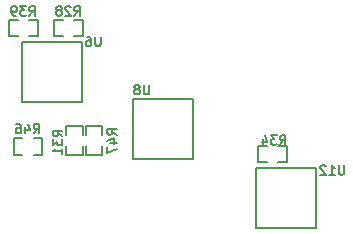
<source format=gbr>
G04 #@! TF.FileFunction,Legend,Bot*
%FSLAX46Y46*%
G04 Gerber Fmt 4.6, Leading zero omitted, Abs format (unit mm)*
G04 Created by KiCad (PCBNEW (2015-03-23 BZR 5531)-product) date Tue 31 Mar 2015 22:50:38 CEST*
%MOMM*%
G01*
G04 APERTURE LIST*
%ADD10C,0.150000*%
%ADD11C,0.127000*%
G04 APERTURE END LIST*
D10*
X256921000Y-154051000D02*
X256921000Y-159131000D01*
X251841000Y-154051000D02*
X256921000Y-154051000D01*
X251841000Y-159131000D02*
X251841000Y-154051000D01*
X256921000Y-159131000D02*
X251841000Y-159131000D01*
D11*
X235465620Y-142938500D02*
X234759500Y-142938500D01*
X234759500Y-142938500D02*
X234759500Y-141541500D01*
X234759500Y-141541500D02*
X235465620Y-141541500D01*
X237172500Y-142938500D02*
X236466380Y-142938500D01*
X237172500Y-142938500D02*
X237172500Y-141541500D01*
X237172500Y-141541500D02*
X236466380Y-141541500D01*
X235775500Y-151264620D02*
X235775500Y-150558500D01*
X235775500Y-150558500D02*
X237172500Y-150558500D01*
X237172500Y-150558500D02*
X237172500Y-151264620D01*
X235775500Y-152971500D02*
X235775500Y-152265380D01*
X235775500Y-152971500D02*
X237172500Y-152971500D01*
X237172500Y-152971500D02*
X237172500Y-152265380D01*
X253738380Y-152209500D02*
X254444500Y-152209500D01*
X254444500Y-152209500D02*
X254444500Y-153606500D01*
X254444500Y-153606500D02*
X253738380Y-153606500D01*
X252031500Y-152209500D02*
X252737620Y-152209500D01*
X252031500Y-152209500D02*
X252031500Y-153606500D01*
X252031500Y-153606500D02*
X252737620Y-153606500D01*
X232656380Y-141541500D02*
X233362500Y-141541500D01*
X233362500Y-141541500D02*
X233362500Y-142938500D01*
X233362500Y-142938500D02*
X232656380Y-142938500D01*
X230949500Y-141541500D02*
X231655620Y-141541500D01*
X230949500Y-141541500D02*
X230949500Y-142938500D01*
X230949500Y-142938500D02*
X231655620Y-142938500D01*
X233037380Y-151574500D02*
X233743500Y-151574500D01*
X233743500Y-151574500D02*
X233743500Y-152971500D01*
X233743500Y-152971500D02*
X233037380Y-152971500D01*
X231330500Y-151574500D02*
X232036620Y-151574500D01*
X231330500Y-151574500D02*
X231330500Y-152971500D01*
X231330500Y-152971500D02*
X232036620Y-152971500D01*
X238823500Y-152265380D02*
X238823500Y-152971500D01*
X238823500Y-152971500D02*
X237426500Y-152971500D01*
X237426500Y-152971500D02*
X237426500Y-152265380D01*
X238823500Y-150558500D02*
X238823500Y-151264620D01*
X238823500Y-150558500D02*
X237426500Y-150558500D01*
X237426500Y-150558500D02*
X237426500Y-151264620D01*
D10*
X237109000Y-143383000D02*
X237109000Y-148463000D01*
X232029000Y-143383000D02*
X237109000Y-143383000D01*
X232029000Y-148463000D02*
X232029000Y-143383000D01*
X237109000Y-148463000D02*
X232029000Y-148463000D01*
X246507000Y-148209000D02*
X246507000Y-153289000D01*
X241427000Y-148209000D02*
X246507000Y-148209000D01*
X241427000Y-153289000D02*
X241427000Y-148209000D01*
X246507000Y-153289000D02*
X241427000Y-153289000D01*
X259308476Y-153866905D02*
X259308476Y-154514524D01*
X259270381Y-154590714D01*
X259232285Y-154628810D01*
X259156095Y-154666905D01*
X259003714Y-154666905D01*
X258927523Y-154628810D01*
X258889428Y-154590714D01*
X258851333Y-154514524D01*
X258851333Y-153866905D01*
X258051333Y-154666905D02*
X258508476Y-154666905D01*
X258279905Y-154666905D02*
X258279905Y-153866905D01*
X258356095Y-153981190D01*
X258432286Y-154057381D01*
X258508476Y-154095476D01*
X257746571Y-153943095D02*
X257708476Y-153905000D01*
X257632285Y-153866905D01*
X257441809Y-153866905D01*
X257365619Y-153905000D01*
X257327523Y-153943095D01*
X257289428Y-154019286D01*
X257289428Y-154095476D01*
X257327523Y-154209762D01*
X257784666Y-154666905D01*
X257289428Y-154666905D01*
X236480286Y-141204905D02*
X236746953Y-140823952D01*
X236937429Y-141204905D02*
X236937429Y-140404905D01*
X236632667Y-140404905D01*
X236556476Y-140443000D01*
X236518381Y-140481095D01*
X236480286Y-140557286D01*
X236480286Y-140671571D01*
X236518381Y-140747762D01*
X236556476Y-140785857D01*
X236632667Y-140823952D01*
X236937429Y-140823952D01*
X236175524Y-140481095D02*
X236137429Y-140443000D01*
X236061238Y-140404905D01*
X235870762Y-140404905D01*
X235794572Y-140443000D01*
X235756476Y-140481095D01*
X235718381Y-140557286D01*
X235718381Y-140633476D01*
X235756476Y-140747762D01*
X236213619Y-141204905D01*
X235718381Y-141204905D01*
X235261238Y-140747762D02*
X235337429Y-140709667D01*
X235375524Y-140671571D01*
X235413619Y-140595381D01*
X235413619Y-140557286D01*
X235375524Y-140481095D01*
X235337429Y-140443000D01*
X235261238Y-140404905D01*
X235108857Y-140404905D01*
X235032667Y-140443000D01*
X234994571Y-140481095D01*
X234956476Y-140557286D01*
X234956476Y-140595381D01*
X234994571Y-140671571D01*
X235032667Y-140709667D01*
X235108857Y-140747762D01*
X235261238Y-140747762D01*
X235337429Y-140785857D01*
X235375524Y-140823952D01*
X235413619Y-140900143D01*
X235413619Y-141052524D01*
X235375524Y-141128714D01*
X235337429Y-141166810D01*
X235261238Y-141204905D01*
X235108857Y-141204905D01*
X235032667Y-141166810D01*
X234994571Y-141128714D01*
X234956476Y-141052524D01*
X234956476Y-140900143D01*
X234994571Y-140823952D01*
X235032667Y-140785857D01*
X235108857Y-140747762D01*
X235461905Y-151385714D02*
X235080952Y-151119047D01*
X235461905Y-150928571D02*
X234661905Y-150928571D01*
X234661905Y-151233333D01*
X234700000Y-151309524D01*
X234738095Y-151347619D01*
X234814286Y-151385714D01*
X234928571Y-151385714D01*
X235004762Y-151347619D01*
X235042857Y-151309524D01*
X235080952Y-151233333D01*
X235080952Y-150928571D01*
X234661905Y-151652381D02*
X234661905Y-152147619D01*
X234966667Y-151880952D01*
X234966667Y-151995238D01*
X235004762Y-152071428D01*
X235042857Y-152109524D01*
X235119048Y-152147619D01*
X235309524Y-152147619D01*
X235385714Y-152109524D01*
X235423810Y-152071428D01*
X235461905Y-151995238D01*
X235461905Y-151766666D01*
X235423810Y-151690476D01*
X235385714Y-151652381D01*
X235461905Y-152909524D02*
X235461905Y-152452381D01*
X235461905Y-152680952D02*
X234661905Y-152680952D01*
X234776190Y-152604762D01*
X234852381Y-152528571D01*
X234890476Y-152452381D01*
X253879286Y-152126905D02*
X254145953Y-151745952D01*
X254336429Y-152126905D02*
X254336429Y-151326905D01*
X254031667Y-151326905D01*
X253955476Y-151365000D01*
X253917381Y-151403095D01*
X253879286Y-151479286D01*
X253879286Y-151593571D01*
X253917381Y-151669762D01*
X253955476Y-151707857D01*
X254031667Y-151745952D01*
X254336429Y-151745952D01*
X253612619Y-151326905D02*
X253117381Y-151326905D01*
X253384048Y-151631667D01*
X253269762Y-151631667D01*
X253193572Y-151669762D01*
X253155476Y-151707857D01*
X253117381Y-151784048D01*
X253117381Y-151974524D01*
X253155476Y-152050714D01*
X253193572Y-152088810D01*
X253269762Y-152126905D01*
X253498334Y-152126905D01*
X253574524Y-152088810D01*
X253612619Y-152050714D01*
X252431667Y-151593571D02*
X252431667Y-152126905D01*
X252622143Y-151288810D02*
X252812619Y-151860238D01*
X252317381Y-151860238D01*
X232670286Y-141204905D02*
X232936953Y-140823952D01*
X233127429Y-141204905D02*
X233127429Y-140404905D01*
X232822667Y-140404905D01*
X232746476Y-140443000D01*
X232708381Y-140481095D01*
X232670286Y-140557286D01*
X232670286Y-140671571D01*
X232708381Y-140747762D01*
X232746476Y-140785857D01*
X232822667Y-140823952D01*
X233127429Y-140823952D01*
X232403619Y-140404905D02*
X231908381Y-140404905D01*
X232175048Y-140709667D01*
X232060762Y-140709667D01*
X231984572Y-140747762D01*
X231946476Y-140785857D01*
X231908381Y-140862048D01*
X231908381Y-141052524D01*
X231946476Y-141128714D01*
X231984572Y-141166810D01*
X232060762Y-141204905D01*
X232289334Y-141204905D01*
X232365524Y-141166810D01*
X232403619Y-141128714D01*
X231527429Y-141204905D02*
X231375048Y-141204905D01*
X231298857Y-141166810D01*
X231260762Y-141128714D01*
X231184571Y-141014429D01*
X231146476Y-140862048D01*
X231146476Y-140557286D01*
X231184571Y-140481095D01*
X231222667Y-140443000D01*
X231298857Y-140404905D01*
X231451238Y-140404905D01*
X231527429Y-140443000D01*
X231565524Y-140481095D01*
X231603619Y-140557286D01*
X231603619Y-140747762D01*
X231565524Y-140823952D01*
X231527429Y-140862048D01*
X231451238Y-140900143D01*
X231298857Y-140900143D01*
X231222667Y-140862048D01*
X231184571Y-140823952D01*
X231146476Y-140747762D01*
X233014286Y-151161905D02*
X233280953Y-150780952D01*
X233471429Y-151161905D02*
X233471429Y-150361905D01*
X233166667Y-150361905D01*
X233090476Y-150400000D01*
X233052381Y-150438095D01*
X233014286Y-150514286D01*
X233014286Y-150628571D01*
X233052381Y-150704762D01*
X233090476Y-150742857D01*
X233166667Y-150780952D01*
X233471429Y-150780952D01*
X232328572Y-150628571D02*
X232328572Y-151161905D01*
X232519048Y-150323810D02*
X232709524Y-150895238D01*
X232214286Y-150895238D01*
X231566667Y-150361905D02*
X231719048Y-150361905D01*
X231795238Y-150400000D01*
X231833333Y-150438095D01*
X231909524Y-150552381D01*
X231947619Y-150704762D01*
X231947619Y-151009524D01*
X231909524Y-151085714D01*
X231871429Y-151123810D01*
X231795238Y-151161905D01*
X231642857Y-151161905D01*
X231566667Y-151123810D01*
X231528571Y-151085714D01*
X231490476Y-151009524D01*
X231490476Y-150819048D01*
X231528571Y-150742857D01*
X231566667Y-150704762D01*
X231642857Y-150666667D01*
X231795238Y-150666667D01*
X231871429Y-150704762D01*
X231909524Y-150742857D01*
X231947619Y-150819048D01*
X240061905Y-151285714D02*
X239680952Y-151019047D01*
X240061905Y-150828571D02*
X239261905Y-150828571D01*
X239261905Y-151133333D01*
X239300000Y-151209524D01*
X239338095Y-151247619D01*
X239414286Y-151285714D01*
X239528571Y-151285714D01*
X239604762Y-151247619D01*
X239642857Y-151209524D01*
X239680952Y-151133333D01*
X239680952Y-150828571D01*
X239528571Y-151971428D02*
X240061905Y-151971428D01*
X239223810Y-151780952D02*
X239795238Y-151590476D01*
X239795238Y-152085714D01*
X239261905Y-152314286D02*
X239261905Y-152847619D01*
X240061905Y-152504762D01*
X238709524Y-142961905D02*
X238709524Y-143609524D01*
X238671429Y-143685714D01*
X238633333Y-143723810D01*
X238557143Y-143761905D01*
X238404762Y-143761905D01*
X238328571Y-143723810D01*
X238290476Y-143685714D01*
X238252381Y-143609524D01*
X238252381Y-142961905D01*
X237528572Y-142961905D02*
X237680953Y-142961905D01*
X237757143Y-143000000D01*
X237795238Y-143038095D01*
X237871429Y-143152381D01*
X237909524Y-143304762D01*
X237909524Y-143609524D01*
X237871429Y-143685714D01*
X237833334Y-143723810D01*
X237757143Y-143761905D01*
X237604762Y-143761905D01*
X237528572Y-143723810D01*
X237490476Y-143685714D01*
X237452381Y-143609524D01*
X237452381Y-143419048D01*
X237490476Y-143342857D01*
X237528572Y-143304762D01*
X237604762Y-143266667D01*
X237757143Y-143266667D01*
X237833334Y-143304762D01*
X237871429Y-143342857D01*
X237909524Y-143419048D01*
X242809524Y-147061905D02*
X242809524Y-147709524D01*
X242771429Y-147785714D01*
X242733333Y-147823810D01*
X242657143Y-147861905D01*
X242504762Y-147861905D01*
X242428571Y-147823810D01*
X242390476Y-147785714D01*
X242352381Y-147709524D01*
X242352381Y-147061905D01*
X241857143Y-147404762D02*
X241933334Y-147366667D01*
X241971429Y-147328571D01*
X242009524Y-147252381D01*
X242009524Y-147214286D01*
X241971429Y-147138095D01*
X241933334Y-147100000D01*
X241857143Y-147061905D01*
X241704762Y-147061905D01*
X241628572Y-147100000D01*
X241590476Y-147138095D01*
X241552381Y-147214286D01*
X241552381Y-147252381D01*
X241590476Y-147328571D01*
X241628572Y-147366667D01*
X241704762Y-147404762D01*
X241857143Y-147404762D01*
X241933334Y-147442857D01*
X241971429Y-147480952D01*
X242009524Y-147557143D01*
X242009524Y-147709524D01*
X241971429Y-147785714D01*
X241933334Y-147823810D01*
X241857143Y-147861905D01*
X241704762Y-147861905D01*
X241628572Y-147823810D01*
X241590476Y-147785714D01*
X241552381Y-147709524D01*
X241552381Y-147557143D01*
X241590476Y-147480952D01*
X241628572Y-147442857D01*
X241704762Y-147404762D01*
M02*

</source>
